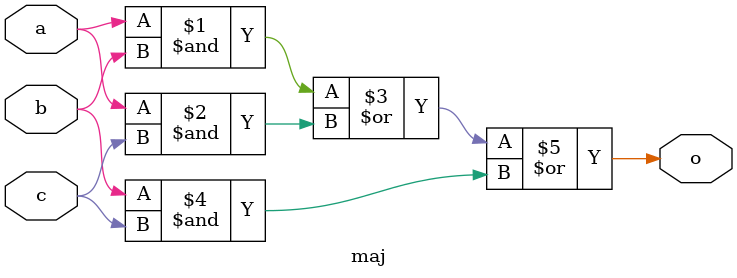
<source format=v>
`timescale 1ns/10ps

module maj(
	input a,b,c,
	output o
);

	assign o = (a & b) | (a & c) | (b & c);

endmodule
</source>
